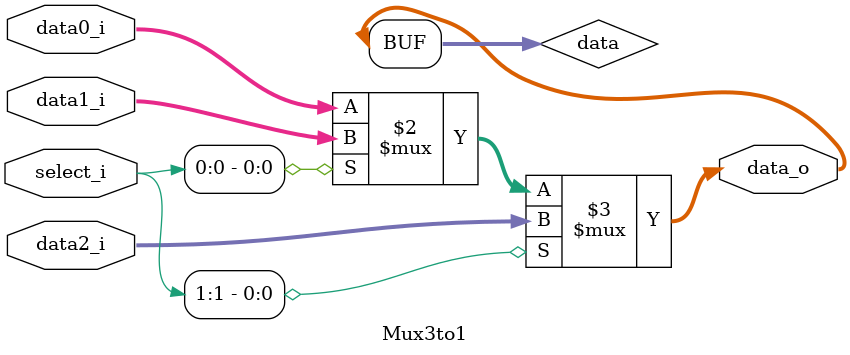
<source format=v>
module Mux3to1( data0_i, data1_i, data2_i, select_i, data_o );

parameter size = 0;			   
			
//I/O ports               
input wire	[size-1:0] data0_i;          
input wire	[size-1:0] data1_i;
input wire	[size-1:0] data2_i;
input wire	[2-1:0] select_i;
output wire	[size-1:0] data_o; 

//Main function
/*your code here*/
reg	[size-1:0]	data;
always@(*)begin
	data =  select_i[1] ? data2_i : ( select_i[0] ? data1_i : data0_i );
end

assign data_o = data;
always@(data2_i,data1_i,data0_i)begin
	//$display("[Mux3]==> data0= %b, data1= %b, data2= %b",data0_i,data1_i,data2_i);
	case(select_i) 
		2'b00:	$display("[Mux3]==> sel=%d ALU= %d",select_i,data_o);
		2'b01:	$display("[Mux3]==> sel=%d Shift = %d",select_i,data_o);
		2'b10: 	$display("[Mux3]==> sel=%d Zero_filled = %d",select_i,data_o);
	endcase
end

endmodule    

/*
module test;

reg [2:0] a;	
reg [2:0] b;	
reg [2:0] c;
reg [1:0] sel;	
wire [2:0] o;	


Mux3to1 #(.size(3)) Mux(
	.data0_i(a),
	.data1_i(b),
	.data2_i(c),
	.select_i(sel),
	.data_o(o)
);


initial begin
$dumpfile("WWWWWWWWWWWWWWWWWW.vcd");
$dumpvars;
  a = 3'd4;
  b = 3'd5;
  c = 3'd6;
#0	sel = 2'd0;
#10	sel = 2'd1;
#10 sel = 2'b10;
end

initial #29 $display("finish");
initial #50 $finish;

endmodule
*/  

</source>
